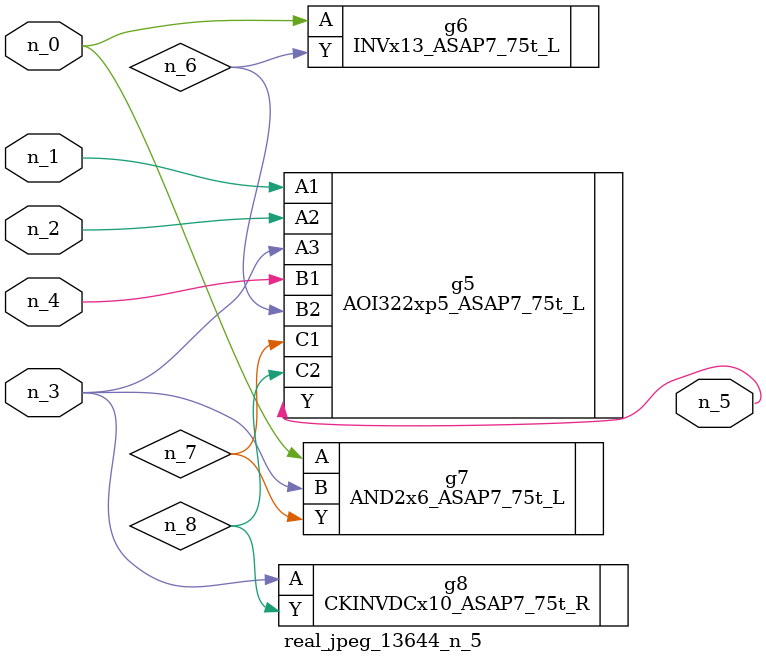
<source format=v>
module real_jpeg_13644_n_5 (n_4, n_0, n_1, n_2, n_3, n_5);

input n_4;
input n_0;
input n_1;
input n_2;
input n_3;

output n_5;

wire n_8;
wire n_6;
wire n_7;

INVx13_ASAP7_75t_L g6 ( 
.A(n_0),
.Y(n_6)
);

AND2x6_ASAP7_75t_L g7 ( 
.A(n_0),
.B(n_3),
.Y(n_7)
);

AOI322xp5_ASAP7_75t_L g5 ( 
.A1(n_1),
.A2(n_2),
.A3(n_3),
.B1(n_4),
.B2(n_6),
.C1(n_7),
.C2(n_8),
.Y(n_5)
);

CKINVDCx10_ASAP7_75t_R g8 ( 
.A(n_3),
.Y(n_8)
);


endmodule
</source>
